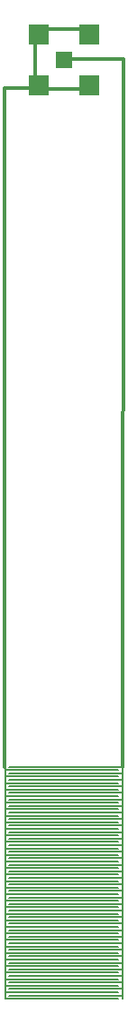
<source format=gbl>
G04 Output by ViewMate Deluxe V11.6.18  PentaLogix*
G04 Tue Aug 09 15:15:03 2016*
%FSLAX35Y35*%
%MOIN*%
%IPPOS*%
%ADD11R,0.06X0.06*%
%ADD13R,0.075X0.075*%
%ADD22C,0.012*%
%ADD140C,0.006*%

%LPD*%
X0Y0D2*D22*G1X6700Y94000D2*Y343500D1*X19500*X38000Y343000D2*X18000D1*Y365000*X39000*X50500Y352500D2*Y354000D1*X29000*X50400Y94200D2*X50500Y353000D1*D140*X48800Y93000D2*X7000D1*X50000Y94200D2*X8200D1*X48800Y90600D2*X7000D1*X50000Y91800D2*X8200D1*X48800Y88200D2*X7000D1*X50000Y89400D2*X8200D1*X48800Y85800D2*X7000D1*X50000Y87000D2*X8200D1*X48800Y83400D2*X7000D1*X50000Y84600D2*X8200D1*X48800Y81000D2*X7000D1*X50000Y82200D2*X8200D1*X48800Y78600D2*X7000D1*X50000Y79800D2*X8200D1*X48800Y76200D2*X7000D1*X50000Y77400D2*X8200D1*X48800Y73800D2*X7000D1*X50000Y75000D2*X8200D1*X48800Y71400D2*X7000D1*X50000Y72600D2*X8200D1*X48800Y69000D2*X7000D1*X50000Y70200D2*X8200D1*X48800Y66600D2*X7000D1*X50000Y67800D2*X8200D1*X48800Y64200D2*X7000D1*X50000Y65400D2*X8200D1*X48800Y61800D2*X7000D1*X50000Y63000D2*X8200D1*X48800Y59400D2*X7000D1*X50000Y60600D2*X8200D1*X48800Y57000D2*X7000D1*X50000Y58200D2*X8200D1*X48800Y54600D2*X7000D1*X50000Y55800D2*X8200D1*X48800Y52200D2*X7000D1*X50000Y53400D2*X8200D1*X48800Y49800D2*X7000D1*X50000Y51000D2*X8200D1*X48800Y47400D2*X7000D1*X50000Y48600D2*X8200D1*X48800Y45000D2*X7000D1*X50000Y46200D2*X8200D1*X48800Y42600D2*X7000D1*X50000Y43800D2*X8200D1*X48800Y40200D2*X7000D1*X50000Y41400D2*X8200D1*X48800Y37800D2*X7000D1*X50000Y39000D2*X8200D1*X48800Y35400D2*X7000D1*X50000Y36600D2*X8200D1*X48800Y33000D2*X7000D1*X50000Y34200D2*X8200D1*X48800Y30600D2*X7000D1*X50000Y31800D2*X8200D1*X48800Y28200D2*X7000D1*X50000Y29400D2*X8200D1*X48800Y25800D2*X7000D1*X50000Y27000D2*X8200D1*X48800Y23400D2*X7000D1*X50000Y24600D2*X8200D1*X48800Y21000D2*X7000D1*X50000Y22200D2*X8200D1*X48800Y18600D2*X7000D1*X50000Y19800D2*X8200D1*X48800Y16200D2*X7000D1*X50000Y17400D2*X8200D1*X48800Y13800D2*X7000D1*X50000Y15000D2*X8200D1*X48800Y11400D2*X7000D1*X50000Y12600D2*X8200D1*X48800Y9000D2*X7000D1*X50000Y10200D2*X8200D1*X50200Y94000D2*Y9000D1*X7000D2*Y94000D1*D11*X28600Y353600D3*D13*X19250Y362950D3*X37950Y344250D3*Y362950D3*X19250Y344250D3*X0Y0D2*M02*
</source>
